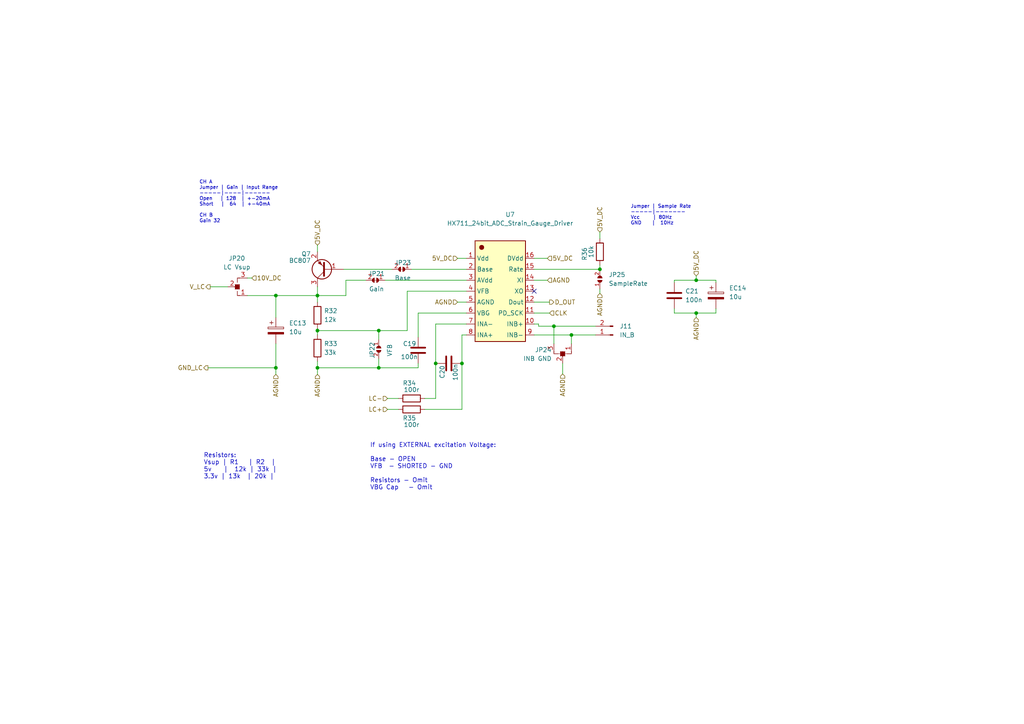
<source format=kicad_sch>
(kicad_sch (version 20211123) (generator eeschema)
  (paper "A4")
  (lib_symbols
    (symbol "000_Capacitor_Electrolytic_Immo:22u" (pin_numbers hide) (pin_names (offset 0.254))
      (property "Reference" "EC" (at 0.635 2.54 0))
      (property "Value" "22u" (at 0.635 -2.54 0))
      (symbol "22u_0_1"
        (rectangle (start -2.286 0.508) (end 2.286 1.016))
        (polyline (pts (xy -1.778 2.286) (xy -0.762 2.286)))
        (polyline (pts (xy -1.27 2.794) (xy -1.27 1.778)))
        (rectangle (start 2.286 -0.508) (end -2.286 -1.016) (fill (type outline)))
      )
      (symbol "22u_1_1"
        (pin passive line (at 0 3.81 270) (length 2.794) (name "~") (number "1"))
        (pin passive line (at 0 -3.81 90) (length 2.794) (name "~") (number "2"))
      )
    )
    (symbol "000_Capacitor_Film_Immo:cap_film_0805" (pin_numbers hide) (pin_names (offset 0.254))
      (property "Reference" "C" (at 0.635 2.54 0))
      (property "Value" "cap_film_0805" (at 0.635 -2.54 0))
      (symbol "cap_film_0805_0_1"
        (polyline (pts (xy -2.032 -0.762) (xy 2.032 -0.762)) (stroke (width 0.508)))
        (polyline (pts (xy -2.032 0.762) (xy 2.032 0.762)) (stroke (width 0.508)))
      )
      (symbol "cap_film_0805_1_1"
        (pin passive line (at 0 3.81 270) (length 2.794) (name "~") (number "1"))
        (pin passive line (at 0 -3.81 90) (length 2.794) (name "~") (number "2"))
      )
    )
    (symbol "000_Connectors_Immo:Jumper_2_Bridge_Small" (pin_names (offset 0) hide)
      (property "Reference" "JP" (at 0 2.794 0))
      (property "Value" "Jumper_2_Bridge_Small" (at 0 -3.175 0))
      (symbol "Jumper_2_Bridge_Small_0_1"
        (arc (start -0.635 0.635) (mid -1.2659 0.0056) (end -0.6463 -0.635) (fill (type outline)))
        (polyline (pts (xy -1.27 0) (xy 0 0)) (stroke (width 0.09)))
        (polyline (pts (xy -0.635 0.635) (xy -0.635 -0.635)))
        (polyline (pts (xy 0 0.635) (xy 0 -0.635)))
        (arc (start 0.0042 -0.6351) (mid 0.6351 -0.0057) (end 0.0155 0.6349) (fill (type outline)))
      )
      (symbol "Jumper_2_Bridge_Small_1_1"
        (pin passive line (at -3.175 0 0) (length 2.54) (name "A") (number "1"))
        (pin passive line (at 2.54 0 180) (length 2.54) (name "B") (number "2"))
      )
    )
    (symbol "000_Connectors_Immo:Jumper_2_Open_small" (pin_names (offset 0) hide)
      (property "Reference" "JP" (at 0 2.794 0))
      (property "Value" "Jumper_2_Open_small" (at 0 -3.175 0))
      (symbol "Jumper_2_Open_small_0_1"
        (arc (start -0.635 0.635) (mid -1.2659 0.0056) (end -0.6463 -0.635) (fill (type outline)))
        (polyline (pts (xy -0.635 0.635) (xy -0.635 -0.635)))
        (polyline (pts (xy 0 0.635) (xy 0 -0.635)))
        (arc (start 0.0042 -0.6351) (mid 0.6351 -0.0057) (end 0.0155 0.6349) (fill (type outline)))
      )
      (symbol "Jumper_2_Open_small_1_1"
        (pin passive line (at -3.175 0 0) (length 2.54) (name "A") (number "1"))
        (pin passive line (at 2.54 0 180) (length 2.54) (name "B") (number "2"))
      )
    )
    (symbol "000_Connectors_Immo:Jumper_3_BridgeSmall" (pin_names (offset 0) hide)
      (property "Reference" "JP" (at -5.715 5.08 0))
      (property "Value" "Jumper_3_BridgeSmall" (at -1.905 9.525 0))
      (symbol "Jumper_3_BridgeSmall_0_1"
        (arc (start -0.6463 -0.254) (mid 0.0001 0.381) (end -0.6463 1.016) (fill (type outline)))
        (rectangle (start -0.254 1.016) (end 0.254 -0.254) (fill (type outline)))
        (polyline (pts (xy -2.54 0.381) (xy -2.54 -0.254)))
        (polyline (pts (xy -2.54 0.381) (xy -1.27 0.381)))
        (polyline (pts (xy -1.27 0.381) (xy 1.27 0.381)) (stroke (width 0.09)))
        (polyline (pts (xy -0.6463 -0.254) (xy -0.6463 1.016)))
        (polyline (pts (xy 0 1.27) (xy 0 0.508)))
        (polyline (pts (xy 0.635 1.016) (xy 0.635 -0.254)))
        (polyline (pts (xy 1.27 0.381) (xy 2.54 0.381)))
        (polyline (pts (xy 2.54 0.381) (xy 2.54 -0.254)))
        (arc (start 0.6463 1.016) (mid -0.0001 0.381) (end 0.6463 -0.254) (fill (type outline)))
      )
      (symbol "Jumper_3_BridgeSmall_1_1"
        (pin passive line (at -2.54 -2.54 90) (length 2.54) (name "A") (number "1"))
        (pin input line (at 0 3.175 270) (length 2.54) (name "C") (number "2"))
        (pin passive line (at 2.54 -2.54 90) (length 2.54) (name "B") (number "3"))
      )
    )
    (symbol "000_Connectors_Immo:Jumper_3_Open3small" (pin_names (offset 0) hide)
      (property "Reference" "JP" (at -5.715 5.08 0))
      (property "Value" "Jumper_3_Open3small" (at -1.905 9.525 0))
      (symbol "Jumper_3_Open3small_0_1"
        (arc (start -0.6463 -0.635) (mid 0.0001 0) (end -0.6463 0.635) (fill (type outline)))
        (rectangle (start -0.254 0.635) (end 0.254 -0.635) (fill (type outline)))
        (polyline (pts (xy -2.54 0) (xy -2.54 -0.635)))
        (polyline (pts (xy -2.54 0) (xy -1.27 0)))
        (polyline (pts (xy -0.6463 -0.635) (xy -0.6463 0.635)))
        (polyline (pts (xy 0 0.889) (xy 0 0.127)))
        (polyline (pts (xy 0.635 0.635) (xy 0.635 -0.635)))
        (polyline (pts (xy 1.27 0) (xy 2.54 0)))
        (polyline (pts (xy 2.54 0) (xy 2.54 -0.635)))
        (arc (start 0.6463 0.635) (mid -0.0001 0) (end 0.6463 -0.635) (fill (type outline)))
      )
      (symbol "Jumper_3_Open3small_1_1"
        (pin passive line (at -2.54 -2.921 90) (length 2.54) (name "A") (number "1"))
        (pin input line (at 0 2.794 270) (length 2.54) (name "C") (number "2"))
        (pin passive line (at 2.54 -2.921 90) (length 2.54) (name "B") (number "3"))
      )
    )
    (symbol "000_Pin_Headers_Immo:Conn_01x02_Male" (pin_names (offset 1.016) hide)
      (property "Reference" "J" (at 0 2.54 0))
      (property "Value" "Conn_01x02_Male" (at 0 -5.08 0))
      (symbol "Conn_01x02_Male_1_1"
        (polyline (pts (xy 1.27 -2.54) (xy 0.8636 -2.54)) (stroke (width 0.1524)))
        (polyline (pts (xy 1.27 0) (xy 0.8636 0)) (stroke (width 0.1524)))
        (rectangle (start 0.8636 -2.413) (end 0 -2.667) (stroke (width 0.1524)) (fill (type outline)))
        (rectangle (start 0.8636 0.127) (end 0 -0.127) (stroke (width 0.1524)) (fill (type outline)))
        (pin passive line (at 5.08 0 180) (length 3.81) (name "Pin_1") (number "1"))
        (pin passive line (at 5.08 -2.54 180) (length 3.81) (name "Pin_2") (number "2"))
      )
    )
    (symbol "000_Resistors_Immo:Resistor_0805" (pin_numbers hide) (pin_names (offset 0))
      (property "Reference" "R?" (at -2.54 3.81 0))
      (property "Value" "Resistor_0805" (at -5.08 2.54 0))
      (symbol "Resistor_0805_0_1"
        (rectangle (start 2.54 -1.016) (end -2.54 1.016) (stroke (width 0.254)))
      )
      (symbol "Resistor_0805_1_1"
        (pin passive line (at -3.81 0 0) (length 1.27) (name "~") (number "1"))
        (pin passive line (at 3.81 0 180) (length 1.27) (name "~") (number "2"))
      )
    )
    (symbol "000_Sensors_Immo:HX711_24bit_ADC_Strain_Gauge_Driver"
      (property "Reference" "U" (at 13.97 36.195 0))
      (property "Value" "HX711_24bit_ADC_Strain_Gauge_Driver" (at 13.335 32.385 0))
      (symbol "HX711_24bit_ADC_Strain_Gauge_Driver_0_1"
        (rectangle (start -6.35 14.605) (end 8.255 -14.605) (stroke (width 0.254)) (fill (type background)))
        (circle (center -4.445 12.7) (radius 0.635) (fill (type outline)))
      )
      (symbol "HX711_24bit_ADC_Strain_Gauge_Driver_1_1"
        (pin power_in line (at -8.89 9.525 0) (length 2.54) (name "Vdd") (number "1"))
        (pin input line (at 10.795 -9.525 180) (length 2.54) (name "INB+") (number "10"))
        (pin input line (at 10.795 -6.35 180) (length 2.54) (name "PD_SCK") (number "11"))
        (pin output line (at 10.795 -3.175 180) (length 2.54) (name "Dout") (number "12"))
        (pin bidirectional line (at 10.795 0 180) (length 2.54) (name "XO") (number "13"))
        (pin input line (at 10.795 3.175 180) (length 2.54) (name "XI") (number "14"))
        (pin input line (at 10.795 6.35 180) (length 2.54) (name "Rate") (number "15"))
        (pin power_in line (at 10.795 9.525 180) (length 2.54) (name "DVdd") (number "16"))
        (pin output line (at -8.89 6.35 0) (length 2.54) (name "Base") (number "2"))
        (pin power_in line (at -8.89 3.175 0) (length 2.54) (name "AVdd") (number "3"))
        (pin input line (at -8.89 0 0) (length 2.54) (name "VFB") (number "4"))
        (pin power_in line (at -8.89 -3.175 0) (length 2.54) (name "AGND") (number "5"))
        (pin output line (at -8.89 -6.35 0) (length 2.54) (name "VBG") (number "6"))
        (pin input line (at -8.89 -9.525 0) (length 2.54) (name "INA-") (number "7"))
        (pin input line (at -8.89 -12.7 0) (length 2.54) (name "INA+") (number "8"))
        (pin input line (at 10.795 -12.7 180) (length 2.54) (name "INB-") (number "9"))
      )
    )
    (symbol "Transistor_BJT:BC807" (pin_names (offset 0) hide)
      (property "Reference" "Q" (at 5.08 1.905 0))
      (property "Value" "BC807" (at 5.08 0 0))
      (symbol "BC807_0_1"
        (polyline (pts (xy 0.635 0.635) (xy 2.54 2.54)))
        (polyline (pts (xy 0.635 -0.635) (xy 2.54 -2.54) (xy 2.54 -2.54)))
        (polyline (pts (xy 0.635 1.905) (xy 0.635 -1.905) (xy 0.635 -1.905)) (stroke (width 0.508)))
        (polyline (pts (xy 2.286 -1.778) (xy 1.778 -2.286) (xy 1.27 -1.27) (xy 2.286 -1.778) (xy 2.286 -1.778)) (fill (type outline)))
        (circle (center 1.27 0) (radius 2.8194) (stroke (width 0.254)))
      )
      (symbol "BC807_1_1"
        (pin input line (at -5.08 0 0) (length 5.715) (name "B") (number "1"))
        (pin passive line (at 2.54 -5.08 90) (length 2.54) (name "E") (number "2"))
        (pin passive line (at 2.54 5.08 270) (length 2.54) (name "C") (number "3"))
      )
    )
  )
  (junction (at 80.01 85.725))
  (junction (at 173.99 78.105))
  (junction (at 109.855 95.885))
  (junction (at 201.93 81.28))
  (junction (at 92.075 106.68))
  (junction (at 165.735 97.155))
  (junction (at 80.01 106.68))
  (junction (at 133.985 105.41))
  (junction (at 126.365 105.41))
  (junction (at 109.855 106.68))
  (junction (at 92.075 85.725))
  (junction (at 160.655 94.615))
  (junction (at 92.075 95.885))
  (junction (at 201.93 90.805))
  (no_connect (at 154.94 84.455))
  (wire (pts (xy 118.11 84.455) (xy 135.255 84.455)))
  (wire (pts (xy 132.715 87.63) (xy 135.255 87.63)))
  (wire (pts (xy 80.01 85.725) (xy 80.01 92.075)))
  (wire (pts (xy 118.11 95.885) (xy 118.11 84.455)))
  (wire (pts (xy 133.985 97.155) (xy 135.255 97.155)))
  (wire (pts (xy 111.76 81.28) (xy 135.255 81.28)))
  (wire (pts (xy 163.195 105.41) (xy 163.195 108.458)))
  (wire (pts (xy 60.325 106.68) (xy 80.01 106.68)))
  (wire (pts (xy 92.075 95.885) (xy 92.075 97.155)))
  (wire (pts (xy 195.58 89.535) (xy 195.58 90.805)))
  (wire (pts (xy 112.395 118.745) (xy 115.57 118.745)))
  (wire (pts (xy 109.855 95.885) (xy 109.855 98.425)))
  (wire (pts (xy 173.99 76.835) (xy 173.99 78.105)))
  (wire (pts (xy 126.365 105.41) (xy 126.365 93.98)))
  (wire (pts (xy 92.075 95.25) (xy 92.075 95.885)))
  (wire (pts (xy 201.93 90.805) (xy 207.645 90.805)))
  (wire (pts (xy 160.655 94.615) (xy 156.21 94.615)))
  (wire (pts (xy 156.21 94.615) (xy 156.21 93.98)))
  (wire (pts (xy 207.645 81.28) (xy 207.645 81.915)))
  (wire (pts (xy 123.19 118.745) (xy 133.985 118.745)))
  (wire (pts (xy 201.93 90.805) (xy 201.93 92.075)))
  (wire (pts (xy 160.655 94.615) (xy 160.655 99.695)))
  (wire (pts (xy 71.755 80.645) (xy 73.025 80.645)))
  (wire (pts (xy 80.01 85.725) (xy 92.075 85.725)))
  (wire (pts (xy 100.33 85.725) (xy 100.33 81.28)))
  (wire (pts (xy 126.365 115.57) (xy 126.365 105.41)))
  (wire (pts (xy 195.58 81.28) (xy 201.93 81.28)))
  (wire (pts (xy 80.01 106.68) (xy 80.01 108.585)))
  (wire (pts (xy 173.99 67.31) (xy 173.99 69.215)))
  (wire (pts (xy 92.075 85.725) (xy 92.075 87.63)))
  (wire (pts (xy 195.58 90.805) (xy 201.93 90.805)))
  (wire (pts (xy 126.365 93.98) (xy 135.255 93.98)))
  (wire (pts (xy 100.33 81.28) (xy 106.045 81.28)))
  (wire (pts (xy 132.715 74.93) (xy 135.255 74.93)))
  (wire (pts (xy 154.94 87.63) (xy 159.385 87.63)))
  (wire (pts (xy 156.21 93.98) (xy 154.94 93.98)))
  (wire (pts (xy 133.985 118.745) (xy 133.985 105.41)))
  (wire (pts (xy 60.96 83.185) (xy 66.04 83.185)))
  (wire (pts (xy 201.93 81.28) (xy 207.645 81.28)))
  (wire (pts (xy 92.075 106.68) (xy 109.855 106.68)))
  (wire (pts (xy 92.075 106.68) (xy 92.075 108.585)))
  (wire (pts (xy 165.735 97.155) (xy 172.72 97.155)))
  (wire (pts (xy 92.075 85.725) (xy 100.33 85.725)))
  (wire (pts (xy 119.38 78.105) (xy 135.255 78.105)))
  (wire (pts (xy 201.93 80.01) (xy 201.93 81.28)))
  (wire (pts (xy 71.755 85.725) (xy 80.01 85.725)))
  (wire (pts (xy 121.285 90.805) (xy 135.255 90.805)))
  (wire (pts (xy 109.855 104.14) (xy 109.855 106.68)))
  (wire (pts (xy 165.735 97.155) (xy 165.735 99.695)))
  (wire (pts (xy 109.855 95.885) (xy 118.11 95.885)))
  (wire (pts (xy 121.285 97.79) (xy 121.285 90.805)))
  (wire (pts (xy 92.075 83.185) (xy 92.075 85.725)))
  (wire (pts (xy 121.285 106.68) (xy 121.285 105.41)))
  (wire (pts (xy 173.99 83.82) (xy 173.99 85.09)))
  (wire (pts (xy 99.695 78.105) (xy 113.665 78.105)))
  (wire (pts (xy 154.94 78.105) (xy 173.99 78.105)))
  (wire (pts (xy 207.645 89.535) (xy 207.645 90.805)))
  (wire (pts (xy 109.855 106.68) (xy 121.285 106.68)))
  (wire (pts (xy 133.985 105.41) (xy 133.985 97.155)))
  (wire (pts (xy 80.01 99.695) (xy 80.01 106.68)))
  (wire (pts (xy 154.94 97.155) (xy 165.735 97.155)))
  (wire (pts (xy 154.94 90.805) (xy 159.385 90.805)))
  (wire (pts (xy 92.075 104.775) (xy 92.075 106.68)))
  (wire (pts (xy 92.075 95.885) (xy 109.855 95.885)))
  (wire (pts (xy 123.19 115.57) (xy 126.365 115.57)))
  (wire (pts (xy 92.075 71.12) (xy 92.075 73.025)))
  (wire (pts (xy 195.58 81.28) (xy 195.58 81.915)))
  (wire (pts (xy 172.72 94.615) (xy 160.655 94.615)))
  (wire (pts (xy 112.395 115.57) (xy 115.57 115.57)))
  (wire (pts (xy 154.94 81.28) (xy 158.75 81.28)))
  (wire (pts (xy 154.94 74.93) (xy 158.75 74.93)))
  (text "If using EXTERNAL excitation Voltage:\n\nBase - OPEN\nVFB  - SHORTED - GND\n\nResistors - Omit\nVBG Cap   - Omit" (at 107.315 142.24 0) (effects (font (size 1.27 1.27)) (justify left bottom)))
  (text "Jumper | Sample Rate\n-----|-------\nVcc     | 80Hz\nGND    |  10Hz\n" (at 182.88 65.405 0) (effects (font (size 1 1)) (justify left bottom)))
  (text "CH A\nJumper | Gain | Input Range\n-----|----|------\nOpen   | 128  | +-20mA\nShort   |  64  | +-40mA\n\nCH B\nGain 32\n" (at 57.785 64.77 0) (effects (font (size 1 1)) (justify left bottom)))
  (text "Resistors:\nVsup | R1   | R2  |\n5v	 |  12k | 33k |\n3.3v | 13k  | 20k |" (at 59.055 139.065 0) (effects (font (size 1.27 1.27)) (justify left bottom)))
  (hierarchical_label "LC-" (shape input) (at 112.395 115.57 180))
  (hierarchical_label "AGND" (shape input) (at 92.075 108.585 270))
  (hierarchical_label "D_OUT" (shape output) (at 159.385 87.63 0))
  (hierarchical_label "AGND" (shape input) (at 163.195 108.458 270))
  (hierarchical_label "V_LC" (shape output) (at 60.96 83.185 180))
  (hierarchical_label "GND_LC" (shape output) (at 60.325 106.68 180))
  (hierarchical_label "5V_DC" (shape input) (at 173.99 67.31 90))
  (hierarchical_label "AGND" (shape input) (at 201.93 92.075 270))
  (hierarchical_label "AGND" (shape input) (at 173.99 85.09 270))
  (hierarchical_label "AGND" (shape input) (at 132.715 87.63 180))
  (hierarchical_label "LC+" (shape input) (at 112.395 118.745 180))
  (hierarchical_label "5V_DC" (shape input) (at 132.715 74.93 180))
  (hierarchical_label "CLK" (shape input) (at 159.385 90.805 0))
  (hierarchical_label "AGND" (shape input) (at 158.75 81.28 0))
  (hierarchical_label "5V_DC" (shape input) (at 92.075 71.12 90))
  (hierarchical_label "5V_DC" (shape input) (at 158.75 74.93 0))
  (hierarchical_label "5V_DC" (shape input) (at 201.93 80.01 90))
  (hierarchical_label "10V_DC" (shape input) (at 73.025 80.645 0))
  (hierarchical_label "AGND" (shape input) (at 80.01 108.585 270))
  (symbol (lib_id "Transistor_BJT:BC807") (at 94.615 78.105 180) (unit 1)
    (property "Reference" "Q7" (at 90.17 73.66 0) (effects (justify left)))
    (property "Value" "BC807" (at 90.17 75.565 0) (effects (justify left)))
    (property "Footprint" "Package_TO_SOT_SMD:SOT-23" (effects hide))
    (property "Datasheet" "https://www.onsemi.com/pub/Collateral/BC808-D.pdf" (effects hide))
  )
  (symbol (lib_id "000_Capacitor_Electrolytic_Immo:22u") (at 80.01 95.885 0) (unit 1)
    (property "Reference" "EC13" (at 83.82 93.7259 0) (effects (justify left)))
    (property "Value" "10u" (at 83.82 96.2659 0) (effects (justify left)))
    (property "Footprint" "Capacitor_SMD:CP_Elec_6.3x5.9" (effects hide))
  )
  (symbol (lib_id "000_Connectors_Immo:Jumper_3_Open3small") (at 68.834 83.185 90) (unit 1)
    (property "Reference" "JP20" (at 68.707 74.93 90))
    (property "Value" "LC Vsup" (at 68.707 77.47 90))
    (property "Footprint" "Jumper:SolderJumper-3_P1.3mm_Open_RoundedPad1.0x1.5mm_NumberLabels" (effects hide))
  )
  (symbol (lib_id "000_Sensors_Immo:HX711_24bit_ADC_Strain_Gauge_Driver") (at 144.145 84.455 0) (unit 1)
    (property "Reference" "U7" (at 147.955 62.23 0))
    (property "Value" "HX711_24bit_ADC_Strain_Gauge_Driver" (at 147.955 64.77 0))
    (property "Footprint" "Package_SO:SOP-16_4.55x10.3mm_P1.27mm" (effects hide))
    (property "Datasheet" "https://www.digikey.com/htmldatasheets/production/1836471/0/0/1/hx711.html" (effects hide))
  )
  (symbol (lib_id "000_Capacitor_Film_Immo:cap_film_0805") (at 130.175 105.41 90) (unit 1)
    (property "Reference" "C20" (at 128.27 109.855 0) (effects (justify left)))
    (property "Value" "100n" (at 132.08 110.49 0) (effects (justify left)))
    (property "Footprint" "Capacitor_SMD:C_0805_2012Metric_Pad1.18x1.45mm_HandSolder" (effects hide))
  )
  (symbol (lib_id "000_Capacitor_Film_Immo:cap_film_0805") (at 121.285 101.6 0) (unit 1)
    (property "Reference" "C19" (at 116.84 99.695 0) (effects (justify left)))
    (property "Value" "100n" (at 116.205 103.505 0) (effects (justify left)))
    (property "Footprint" "Capacitor_SMD:C_0805_2012Metric_Pad1.18x1.45mm_HandSolder" (effects hide))
  )
  (symbol (lib_id "000_Connectors_Immo:Jumper_2_Bridge_Small") (at 116.205 78.105 180) (unit 1)
    (property "Reference" "JP23" (at 116.84 76.2 0))
    (property "Value" "Base" (at 116.84 80.645 0))
    (property "Footprint" "Jumper:SolderJumper-2_P1.3mm_Bridged_RoundedPad1.0x1.5mm" (effects hide))
  )
  (symbol (lib_id "000_Capacitor_Electrolytic_Immo:22u") (at 207.645 85.725 0) (unit 1)
    (property "Reference" "EC14" (at 211.455 83.5659 0) (effects (justify left)))
    (property "Value" "10u" (at 211.455 86.1059 0) (effects (justify left)))
    (property "Footprint" "Capacitor_SMD:CP_Elec_6.3x5.9" (effects hide))
  )
  (symbol (lib_id "000_Resistors_Immo:Resistor_0805") (at 119.38 118.745 180) (unit 1)
    (property "Reference" "R35" (at 118.745 121.285 0))
    (property "Value" "100r" (at 119.38 123.19 0))
    (property "Footprint" "Resistor_SMD:R_0805_2012Metric_Pad1.20x1.40mm_HandSolder" (effects hide))
  )
  (symbol (lib_id "000_Resistors_Immo:Resistor_0805") (at 119.38 115.57 180) (unit 1)
    (property "Reference" "R34" (at 118.745 111.125 0))
    (property "Value" "100r" (at 119.38 113.03 0))
    (property "Footprint" "Resistor_SMD:R_0805_2012Metric_Pad1.20x1.40mm_HandSolder" (effects hide))
  )
  (symbol (lib_id "000_Resistors_Immo:Resistor_0805") (at 92.075 91.44 90) (unit 1)
    (property "Reference" "R32" (at 93.98 90.1699 90) (effects (justify right)))
    (property "Value" "12k" (at 93.98 92.7099 90) (effects (justify right)))
    (property "Footprint" "Resistor_SMD:R_0805_2012Metric_Pad1.20x1.40mm_HandSolder" (effects hide))
  )
  (symbol (lib_id "000_Connectors_Immo:Jumper_2_Open_small") (at 173.99 80.645 90) (unit 1)
    (property "Reference" "JP25" (at 176.53 79.6903 90) (effects (justify right)))
    (property "Value" "SampleRate" (at 176.53 82.2303 90) (effects (justify right)))
    (property "Footprint" "Jumper:SolderJumper-2_P1.3mm_Open_RoundedPad1.0x1.5mm" (effects hide))
  )
  (symbol (lib_id "000_Pin_Headers_Immo:Conn_01x02_Male") (at 177.8 97.155 180) (unit 1)
    (property "Reference" "J11" (at 179.705 94.6149 0) (effects (justify right)))
    (property "Value" "IN_B" (at 179.705 97.1549 0) (effects (justify right)))
    (property "Footprint" "Connector_PinHeader_1.27mm:PinHeader_1x02_P1.27mm_Vertical" (effects hide))
  )
  (symbol (lib_id "000_Capacitor_Film_Immo:cap_film_0805") (at 195.58 85.725 0) (unit 1)
    (property "Reference" "C21" (at 198.755 84.4549 0) (effects (justify left)))
    (property "Value" "100n" (at 198.755 86.9949 0) (effects (justify left)))
    (property "Footprint" "Capacitor_SMD:C_0805_2012Metric_Pad1.18x1.45mm_HandSolder" (effects hide))
  )
  (symbol (lib_id "000_Resistors_Immo:Resistor_0805") (at 173.99 73.025 270) (unit 1)
    (property "Reference" "R36" (at 169.545 73.66 0))
    (property "Value" "10k" (at 171.45 73.025 0))
    (property "Footprint" "Resistor_SMD:R_0805_2012Metric_Pad1.20x1.40mm_HandSolder" (effects hide))
  )
  (symbol (lib_id "000_Connectors_Immo:Jumper_3_BridgeSmall") (at 163.195 102.235 180) (unit 1)
    (property "Reference" "JP24" (at 160.02 101.4729 0) (effects (justify left)))
    (property "Value" "INB GND" (at 160.02 104.0129 0) (effects (justify left)))
    (property "Footprint" "Jumper:SolderJumper-3_P1.3mm_Bridged12_RoundedPad1.0x1.5mm" (effects hide))
  )
  (symbol (lib_id "000_Connectors_Immo:Jumper_2_Open_small") (at 109.855 101.6 270) (unit 1)
    (property "Reference" "JP22" (at 107.95 101.6 0))
    (property "Value" "VFB" (at 113.03 101.6 0))
    (property "Footprint" "Jumper:SolderJumper-2_P1.3mm_Open_RoundedPad1.0x1.5mm" (effects hide))
  )
  (symbol (lib_id "000_Connectors_Immo:Jumper_2_Bridge_Small") (at 108.585 81.28 180) (unit 1)
    (property "Reference" "JP21" (at 109.22 79.375 0))
    (property "Value" "Gain" (at 109.22 83.82 0))
    (property "Footprint" "Jumper:SolderJumper-2_P1.3mm_Bridged_RoundedPad1.0x1.5mm" (effects hide))
  )
  (symbol (lib_id "000_Resistors_Immo:Resistor_0805") (at 92.075 100.965 90) (unit 1)
    (property "Reference" "R33" (at 93.98 99.6949 90) (effects (justify right)))
    (property "Value" "33k" (at 93.98 102.2349 90) (effects (justify right)))
    (property "Footprint" "Resistor_SMD:R_0805_2012Metric_Pad1.20x1.40mm_HandSolder" (effects hide))
  )
)
</source>
